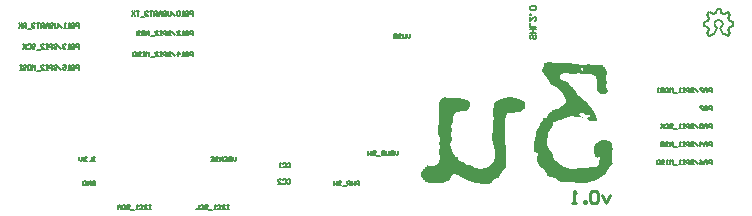
<source format=gbo>
G04*
G04 #@! TF.GenerationSoftware,Altium Limited,Altium Designer,19.1.5 (86)*
G04*
G04 Layer_Color=32896*
%FSLAX25Y25*%
%MOIN*%
G70*
G01*
G75*
%ADD14C,0.01000*%
%ADD15C,0.00500*%
G36*
X230032Y186482D02*
X230371Y186456D01*
X230658Y186430D01*
X230918Y186404D01*
X231100Y186378D01*
X231230Y186352D01*
X231282D01*
X232012Y186274D01*
X232350Y186222D01*
X232636D01*
X232897Y186195D01*
X233574D01*
X233860Y186222D01*
X234147D01*
X234459Y186248D01*
X234720Y186274D01*
X235501D01*
X235970Y186222D01*
X236412Y186195D01*
X236829Y186143D01*
X237141Y186091D01*
X237402Y186065D01*
X237506Y186039D01*
X237584Y186013D01*
X237636D01*
X238131Y185935D01*
X238600Y185857D01*
X239068Y185805D01*
X239459Y185779D01*
X239824D01*
X240084Y185753D01*
X240995D01*
X241178Y185779D01*
X241594D01*
X242063Y185805D01*
X242870D01*
X243443Y185779D01*
X243730Y185753D01*
X243964Y185727D01*
X244146Y185701D01*
X244303Y185675D01*
X244407Y185649D01*
X244433D01*
X244980Y185571D01*
X245240Y185518D01*
X245448D01*
X245657Y185492D01*
X246125D01*
X246307Y185518D01*
X246412Y185544D01*
X246464D01*
X246646Y185597D01*
X246802Y185623D01*
X247037D01*
X247115Y185571D01*
X247271Y185466D01*
X247375Y185362D01*
X247401Y185336D01*
X247427Y185310D01*
X247609Y185076D01*
X247792Y184841D01*
X247870Y184763D01*
X247922Y184685D01*
X247948Y184633D01*
X247974Y184607D01*
X248156Y184321D01*
X248313Y184060D01*
X248365Y183982D01*
X248417Y183904D01*
X248443Y183852D01*
Y183826D01*
X248547Y183565D01*
X248599Y183409D01*
X248625Y183305D01*
Y183279D01*
X248599Y182914D01*
X248521Y182602D01*
X248495Y182498D01*
X248469Y182394D01*
X248443Y182342D01*
Y182316D01*
X248313Y181977D01*
X248261Y181638D01*
X248235Y181508D01*
Y181404D01*
Y181352D01*
Y181326D01*
X248261Y181040D01*
X248313Y180805D01*
X248365Y180701D01*
X248391Y180623D01*
X248417Y180597D01*
Y180571D01*
X248495Y180310D01*
X248547Y180076D01*
X248573Y179972D01*
Y179920D01*
Y179868D01*
Y179842D01*
X248547Y179633D01*
X248469Y179451D01*
X248391Y179347D01*
X248365Y179295D01*
X248235Y179139D01*
X248182Y178982D01*
X248156Y178852D01*
Y178826D01*
Y178800D01*
X248182Y178592D01*
X248208Y178436D01*
X248261Y178331D01*
X248287Y178279D01*
X248365Y178097D01*
X248443Y177967D01*
X248521Y177863D01*
X248547Y177811D01*
X248651Y177628D01*
X248755Y177498D01*
X248807Y177394D01*
X248833Y177342D01*
X248885Y177186D01*
X248911Y177029D01*
X248938Y176899D01*
Y176873D01*
Y176847D01*
Y176717D01*
X248651Y176509D01*
X248391Y176352D01*
X248287Y176274D01*
X248208Y176248D01*
X248156Y176196D01*
X248130D01*
X247792Y176066D01*
X247479Y175988D01*
X247349D01*
X247245Y175962D01*
X247167D01*
X246854Y175988D01*
X246594Y176092D01*
X246490Y176118D01*
X246412Y176170D01*
X246386Y176196D01*
X246360D01*
X246099Y176404D01*
X245891Y176613D01*
X245761Y176769D01*
X245709Y176795D01*
Y176821D01*
X245526Y177108D01*
X245422Y177394D01*
X245370Y177498D01*
X245344Y177576D01*
X245318Y177628D01*
Y177654D01*
X245214Y177967D01*
X245188Y178227D01*
X245162Y178331D01*
Y178410D01*
Y178462D01*
Y178488D01*
Y178826D01*
X245188Y179113D01*
X245214Y179243D01*
Y179321D01*
X245240Y179373D01*
Y179399D01*
X245266Y179737D01*
X245292Y180024D01*
Y180128D01*
Y180232D01*
Y180284D01*
Y180310D01*
X245266Y180649D01*
X245188Y180961D01*
X245110Y181222D01*
X244980Y181456D01*
X244875Y181638D01*
X244797Y181795D01*
X244719Y181873D01*
X244693Y181899D01*
X244433Y182133D01*
X244172Y182289D01*
X243912Y182420D01*
X243652Y182498D01*
X243443Y182550D01*
X243261Y182576D01*
X242948D01*
X242766Y182550D01*
X242610Y182524D01*
X242558D01*
X242245Y182498D01*
X241568D01*
X241412Y182524D01*
X241282D01*
X241178Y182576D01*
X241100Y182628D01*
X241073Y182680D01*
Y182706D01*
X240891Y182836D01*
X240735D01*
X240631Y182810D01*
X240553Y182784D01*
X240527Y182758D01*
X240396Y182732D01*
X240266Y182706D01*
X240136D01*
X239954Y182732D01*
X239824Y182758D01*
X239745Y182784D01*
X239719Y182810D01*
X239563Y182888D01*
X239407Y182914D01*
X239303Y182940D01*
X239251D01*
X238938Y182914D01*
X238678Y182836D01*
X238574Y182810D01*
X238496Y182758D01*
X238470Y182732D01*
X238443D01*
X238157Y182628D01*
X237871Y182576D01*
X237766Y182550D01*
X237610D01*
X237141Y182576D01*
X236933Y182628D01*
X236777Y182680D01*
X236621Y182706D01*
X236516Y182758D01*
X236438Y182784D01*
X236412D01*
X235970Y182940D01*
X235787Y182992D01*
X235605Y183019D01*
X235449Y183045D01*
X235214D01*
X234902Y183019D01*
X234616Y182992D01*
X234329Y182940D01*
X234121Y182888D01*
X233912Y182810D01*
X233782Y182758D01*
X233678Y182732D01*
X233652Y182706D01*
X233418Y182550D01*
X233236Y182368D01*
X233079Y182159D01*
X233001Y181951D01*
X232949Y181743D01*
X232923Y181560D01*
X232897Y181456D01*
Y181404D01*
X233079Y181144D01*
X233261Y180935D01*
X233392Y180831D01*
X233418Y180779D01*
X233444D01*
X233678Y180623D01*
X233912Y180519D01*
X234069Y180441D01*
X234121Y180415D01*
X234147D01*
X234407Y180310D01*
X234668Y180206D01*
X234746Y180180D01*
X234824Y180154D01*
X234876Y180128D01*
X234902D01*
X235162Y180024D01*
X235397Y179946D01*
X235579Y179868D01*
X235605Y179842D01*
X235631D01*
X235865Y179503D01*
X236100Y179191D01*
X236178Y179086D01*
X236256Y179008D01*
X236308Y178956D01*
X236334Y178930D01*
X236621Y178618D01*
X236881Y178383D01*
X236985Y178279D01*
X237063Y178201D01*
X237115Y178149D01*
X237141Y178123D01*
X237428Y177837D01*
X237662Y177550D01*
X237766Y177446D01*
X237844Y177368D01*
X237871Y177316D01*
X237897Y177290D01*
X238157Y176977D01*
X238339Y176665D01*
X238417Y176535D01*
X238470Y176430D01*
X238522Y176352D01*
Y176326D01*
X238652Y176066D01*
X238756Y175884D01*
X238834Y175779D01*
X238860Y175727D01*
X238990Y175597D01*
X239094Y175493D01*
X239173Y175415D01*
X239199Y175389D01*
X239329Y175285D01*
X239459Y175207D01*
X239537Y175154D01*
X239589Y175128D01*
X239745Y175024D01*
X239928Y174894D01*
X240058Y174816D01*
X240084Y174764D01*
X240110D01*
X240396Y174530D01*
X240709Y174269D01*
X240995Y174009D01*
X241256Y173774D01*
X241464Y173566D01*
X241646Y173384D01*
X241751Y173280D01*
X241803Y173228D01*
X242428Y172524D01*
X242714Y172212D01*
X242974Y171899D01*
X243183Y171639D01*
X243339Y171431D01*
X243443Y171301D01*
X243469Y171248D01*
X243756Y170858D01*
X244016Y170467D01*
X244224Y170103D01*
X244433Y169764D01*
X244589Y169478D01*
X244693Y169269D01*
X244771Y169113D01*
X244797Y169087D01*
Y169061D01*
X244980Y168644D01*
X245110Y168254D01*
X245214Y167863D01*
X245292Y167551D01*
X245370Y167290D01*
X245396Y167082D01*
X245422Y166952D01*
Y166900D01*
X245084D01*
X244797Y166874D01*
X244693D01*
X244615Y166848D01*
X244537D01*
X244224Y166822D01*
X243652D01*
X243417Y166848D01*
X243209Y166874D01*
X243026Y166926D01*
X242870Y167004D01*
X242766Y167082D01*
X242688Y167134D01*
X242636Y167160D01*
X242610Y167186D01*
X242323Y167473D01*
X242089Y167785D01*
X242011Y167915D01*
X241933Y168019D01*
X241907Y168072D01*
X241881Y168098D01*
X242063D01*
X242375Y168124D01*
X242610Y168202D01*
X242766Y168280D01*
X242792Y168306D01*
X242818D01*
X242974Y168488D01*
X243053Y168723D01*
Y168827D01*
X243079Y168905D01*
Y168957D01*
Y168983D01*
Y169113D01*
Y169269D01*
X242948Y169139D01*
X242844Y169035D01*
X242766Y168957D01*
X242740Y168931D01*
X242610Y168879D01*
X242454Y168853D01*
X242350Y168827D01*
X242323D01*
X242141Y168853D01*
X241959Y168879D01*
X241855Y168905D01*
X241803Y168931D01*
X241620Y169035D01*
X241464Y169113D01*
X241360Y169191D01*
X241308Y169217D01*
X241126Y169348D01*
X240969Y169452D01*
X240865Y169504D01*
X240813Y169530D01*
X240605Y169608D01*
X240423Y169634D01*
X240292Y169660D01*
X240240D01*
X240084Y169634D01*
X239928Y169582D01*
X239772Y169504D01*
X239745Y169478D01*
X239719D01*
X239589Y169426D01*
X239485Y169348D01*
X239433Y169296D01*
X239381Y169243D01*
X239329Y169139D01*
Y169113D01*
X239355Y168983D01*
X239433Y168879D01*
X239537Y168801D01*
X239563Y168775D01*
X239719Y168670D01*
X239876Y168592D01*
X240006Y168540D01*
X240032Y168514D01*
X240058D01*
X240240Y168436D01*
X240396Y168358D01*
X240501Y168306D01*
X240527Y168280D01*
X240657Y168228D01*
X240709Y168150D01*
X240735Y168124D01*
Y168098D01*
X239980Y168124D01*
X239615Y168176D01*
X239303Y168202D01*
X239042Y168254D01*
X238860Y168280D01*
X238730Y168306D01*
X238678D01*
X237923Y168436D01*
X237584Y168462D01*
X237272Y168488D01*
X237011Y168514D01*
X236438D01*
X236256Y168462D01*
X235865Y168384D01*
X235709Y168332D01*
X235579Y168306D01*
X235475Y168254D01*
X235449D01*
X234850Y168046D01*
X234590Y167941D01*
X234329Y167863D01*
X234121Y167785D01*
X233965Y167707D01*
X233834Y167681D01*
X233808Y167655D01*
X233157Y167421D01*
X232871Y167316D01*
X232611Y167212D01*
X232376Y167134D01*
X232220Y167056D01*
X232090Y167030D01*
X232064Y167004D01*
X231751Y166900D01*
X231465Y166796D01*
X231204Y166718D01*
X230996Y166639D01*
X230814Y166587D01*
X230658Y166535D01*
X230579Y166509D01*
X230553D01*
X230605Y166353D01*
Y166301D01*
Y166275D01*
Y166119D01*
Y166067D01*
Y166041D01*
X230553Y165676D01*
X230475Y165363D01*
X230423Y165233D01*
X230397Y165155D01*
X230345Y165103D01*
Y165077D01*
X230137Y164764D01*
X229954Y164504D01*
X229876Y164374D01*
X229824Y164296D01*
X229798Y164244D01*
X229772Y164218D01*
X229538Y163905D01*
X229356Y163645D01*
X229303Y163515D01*
X229251Y163436D01*
X229199Y163384D01*
Y163358D01*
X229095Y163202D01*
X229043Y163020D01*
X228939Y162707D01*
Y162577D01*
X228913Y162473D01*
Y162395D01*
Y162369D01*
X228887Y161874D01*
X228861Y161666D01*
X228835Y161457D01*
X228809Y161301D01*
X228783Y161171D01*
X228757Y161093D01*
Y161067D01*
X228652Y160598D01*
X228626Y160390D01*
X228600Y160207D01*
X228574Y160051D01*
Y159921D01*
Y159843D01*
Y159817D01*
X228600Y159530D01*
X228626Y159244D01*
X228678Y159010D01*
X228731Y158801D01*
X228809Y158619D01*
X228861Y158489D01*
X228887Y158411D01*
X228913Y158385D01*
X229147Y157942D01*
X229277Y157760D01*
X229382Y157578D01*
X229486Y157447D01*
X229538Y157343D01*
X229590Y157265D01*
X229616Y157239D01*
X229902Y156874D01*
X230137Y156588D01*
X230215Y156458D01*
X230293Y156380D01*
X230319Y156328D01*
X230345Y156301D01*
X230449Y156145D01*
X230527Y156015D01*
X230605Y155781D01*
X230658Y155598D01*
Y155572D01*
Y155546D01*
Y155442D01*
X230631Y155338D01*
Y155286D01*
Y155260D01*
X230605Y155078D01*
Y154999D01*
Y154973D01*
Y154869D01*
X230658Y154765D01*
X230736Y154583D01*
X230840Y154453D01*
X230866Y154427D01*
X230892Y154401D01*
X231413Y153932D01*
X231647Y153724D01*
X231855Y153541D01*
X232038Y153385D01*
X232168Y153255D01*
X232272Y153177D01*
X232298Y153151D01*
X232819Y152734D01*
X233079Y152552D01*
X233314Y152369D01*
X233496Y152239D01*
X233652Y152135D01*
X233756Y152083D01*
X233782Y152057D01*
X234355Y151744D01*
X234642Y151614D01*
X234876Y151510D01*
X235110Y151406D01*
X235267Y151354D01*
X235371Y151328D01*
X235423Y151302D01*
X236074Y151146D01*
X236386Y151093D01*
X236673Y151067D01*
X236933D01*
X237115Y151041D01*
X237298D01*
X237871Y151067D01*
X238131D01*
X238365Y151093D01*
X238548Y151120D01*
X238704D01*
X238808Y151146D01*
X238834D01*
X239381Y151198D01*
X239615Y151224D01*
X239850Y151250D01*
X240318D01*
X241021Y151276D01*
X241334Y151302D01*
X241620Y151354D01*
X241855Y151380D01*
X242037Y151406D01*
X242141Y151432D01*
X242193D01*
X242844Y151562D01*
X243131Y151588D01*
X243391Y151614D01*
X243599Y151640D01*
X244120D01*
X244797Y151614D01*
X244953D01*
X245110Y151666D01*
X245318Y151797D01*
X245474Y151953D01*
X245500Y151979D01*
X245526Y152005D01*
X245709Y152343D01*
X245839Y152682D01*
X245891Y152838D01*
X245917Y152942D01*
X245943Y153021D01*
Y153047D01*
X246047Y153489D01*
X246073Y153698D01*
X246099Y153880D01*
X246125Y154036D01*
X246151Y154140D01*
Y154218D01*
Y154244D01*
X246177Y154453D01*
Y154635D01*
Y154817D01*
X246203Y154947D01*
Y155052D01*
Y155130D01*
Y155156D01*
Y155182D01*
X246099Y155052D01*
X245995Y154947D01*
X245917Y154895D01*
X245891Y154869D01*
X245735Y154817D01*
X245578Y154791D01*
X245474Y154765D01*
X245448D01*
X245318Y154791D01*
X245214Y154817D01*
X245032Y154921D01*
X244927Y155026D01*
X244875Y155078D01*
X244693Y155338D01*
X244563Y155572D01*
X244511Y155677D01*
X244485Y155755D01*
X244459Y155807D01*
Y155833D01*
X244355Y156171D01*
X244303Y156432D01*
X244276Y156562D01*
X244250Y156640D01*
Y156692D01*
Y156718D01*
X244224Y157031D01*
X244198Y157239D01*
Y157369D01*
Y157421D01*
Y157708D01*
X244250Y157942D01*
X244276Y158176D01*
X244328Y158359D01*
X244381Y158541D01*
X244433Y158645D01*
X244459Y158723D01*
X244485Y158749D01*
X244719Y159166D01*
X244849Y159322D01*
X244980Y159478D01*
X245084Y159583D01*
X245188Y159661D01*
X245240Y159713D01*
X245266Y159739D01*
X245631Y160025D01*
X245995Y160207D01*
X246151Y160286D01*
X246282Y160338D01*
X246360Y160364D01*
X246386D01*
X246854Y160494D01*
X247089Y160546D01*
X247297Y160572D01*
X247453Y160598D01*
X247714D01*
X248052Y160572D01*
X248339Y160520D01*
X248469Y160468D01*
X248547Y160442D01*
X248599Y160416D01*
X248625D01*
X248938Y160312D01*
X249198Y160260D01*
X249328Y160234D01*
X249484D01*
X249745Y160260D01*
X249979Y159843D01*
X250162Y159400D01*
X250292Y158984D01*
X250370Y158593D01*
X250422Y158255D01*
X250474Y157994D01*
Y157890D01*
Y157812D01*
Y157786D01*
Y157760D01*
X250448Y157161D01*
X250422Y156900D01*
X250396Y156640D01*
Y156432D01*
X250370Y156275D01*
X250344Y156171D01*
Y156145D01*
X250240Y155546D01*
X250214Y155286D01*
Y155052D01*
X250187Y154843D01*
Y154687D01*
Y154583D01*
Y154557D01*
Y154218D01*
X250214Y153932D01*
X250240Y153802D01*
Y153724D01*
X250266Y153672D01*
Y153645D01*
X250318Y153333D01*
X250396Y153073D01*
X250448Y152968D01*
X250474Y152890D01*
X250500Y152838D01*
Y152812D01*
X250214Y152552D01*
X249927Y152291D01*
X249693Y152031D01*
X249484Y151771D01*
X249328Y151562D01*
X249224Y151380D01*
X249146Y151276D01*
X249120Y151224D01*
X248729Y150547D01*
X248573Y150208D01*
X248417Y149922D01*
X248313Y149661D01*
X248235Y149479D01*
X248182Y149349D01*
X248156Y149297D01*
X247557Y148984D01*
X247297Y148802D01*
X247063Y148646D01*
X246880Y148516D01*
X246724Y148411D01*
X246620Y148333D01*
X246594Y148307D01*
X246047Y147917D01*
X245787Y147734D01*
X245526Y147604D01*
X245344Y147500D01*
X245162Y147422D01*
X245058Y147370D01*
X245032Y147344D01*
X244693Y147214D01*
X244328Y147083D01*
X244172Y147031D01*
X244042Y146979D01*
X243964Y146953D01*
X243938D01*
X243443Y146797D01*
X243209Y146719D01*
X243001Y146667D01*
X242818Y146615D01*
X242688Y146563D01*
X242584Y146537D01*
X242558D01*
X242037Y146406D01*
X241803Y146354D01*
X241568Y146328D01*
X241412Y146302D01*
X241256Y146276D01*
X241178Y146250D01*
X241152D01*
X240891Y146198D01*
X240683Y146172D01*
X240475Y146146D01*
X240318D01*
X240188Y146120D01*
X240032D01*
X239381Y146172D01*
X239094Y146198D01*
X238834Y146250D01*
X238600Y146302D01*
X238443Y146328D01*
X238313Y146380D01*
X238287D01*
X237636Y146537D01*
X237350Y146589D01*
X237089Y146615D01*
X236855Y146641D01*
X236178D01*
X235865Y146615D01*
X235735D01*
X235631Y146589D01*
X235553D01*
X235162Y146563D01*
X234850Y146537D01*
X234538D01*
X234173Y146563D01*
X233887Y146589D01*
X233756Y146615D01*
X233678D01*
X233626Y146641D01*
X233600D01*
X233261Y146745D01*
X233001Y146901D01*
X232871Y146953D01*
X232793Y147005D01*
X232741Y147057D01*
X232715D01*
X232090Y147474D01*
X231777Y147630D01*
X231517Y147786D01*
X231282Y147891D01*
X231126Y147969D01*
X230996Y148021D01*
X230970Y148047D01*
X230631Y148177D01*
X230293Y148307D01*
X229954Y148385D01*
X229642Y148437D01*
X229382Y148489D01*
X229173D01*
X229043Y148516D01*
X228991D01*
X228731Y149062D01*
X228600Y149323D01*
X228496Y149531D01*
X228392Y149739D01*
X228314Y149870D01*
X228288Y149974D01*
X228262Y150000D01*
X228106Y150260D01*
X227923Y150495D01*
X227741Y150703D01*
X227559Y150885D01*
X227402Y151041D01*
X227272Y151146D01*
X227194Y151198D01*
X227168Y151224D01*
X226882Y151432D01*
X226621Y151666D01*
X226413Y151875D01*
X226205Y152083D01*
X226048Y152265D01*
X225944Y152422D01*
X225866Y152526D01*
X225840Y152552D01*
X225658Y152864D01*
X225502Y153151D01*
X225397Y153437D01*
X225345Y153724D01*
X225293Y153958D01*
X225267Y154140D01*
Y154244D01*
Y154296D01*
X225293Y154635D01*
X225345Y154947D01*
X225449Y155208D01*
X225554Y155468D01*
X225658Y155650D01*
X225762Y155807D01*
X225814Y155911D01*
X225840Y155937D01*
X225658Y156093D01*
X225476Y156197D01*
X225215Y156380D01*
X225111Y156432D01*
X225033Y156458D01*
X225007Y156484D01*
X224981D01*
X224746Y156588D01*
X224590Y156666D01*
X224486Y156744D01*
X224460Y156770D01*
X224356Y156927D01*
X224278Y157083D01*
X224226Y157239D01*
Y157265D01*
Y157291D01*
X224200Y157447D01*
Y157656D01*
X224174Y158098D01*
Y158281D01*
Y158437D01*
Y158541D01*
Y158593D01*
X224200Y158958D01*
X224226Y159270D01*
X224252Y159400D01*
Y159504D01*
X224278Y159556D01*
Y159583D01*
X224356Y159947D01*
X224434Y160260D01*
X224486Y160390D01*
X224512Y160494D01*
X224538Y160546D01*
Y160572D01*
X224694Y161093D01*
X224746Y161301D01*
X224773Y161510D01*
X224825Y161666D01*
Y161796D01*
X224851Y161874D01*
Y161900D01*
X224903Y162343D01*
X224929Y162525D01*
X224955Y162707D01*
X224981Y162864D01*
Y162968D01*
X225007Y163046D01*
Y163072D01*
X225111Y163489D01*
X225163Y163671D01*
X225215Y163853D01*
X225293Y163983D01*
X225319Y164087D01*
X225371Y164166D01*
Y164192D01*
X225476Y164400D01*
X225606Y164608D01*
X225892Y164973D01*
X226022Y165129D01*
X226127Y165233D01*
X226205Y165311D01*
X226231Y165337D01*
X226309Y165442D01*
X226335Y165572D01*
X226361Y165676D01*
Y165728D01*
Y165910D01*
X226387Y166119D01*
X226439Y166327D01*
X226517Y166457D01*
X226543Y166483D01*
Y166509D01*
X226621Y166639D01*
X226751Y166770D01*
X227038Y167030D01*
X227168Y167134D01*
X227298Y167212D01*
X227377Y167264D01*
X227402Y167290D01*
Y168098D01*
X228600D01*
X228626Y168358D01*
X228678Y168592D01*
X228757Y168723D01*
X228783Y168775D01*
X228939Y168983D01*
X229069Y169139D01*
X229173Y169243D01*
X229225Y169296D01*
X229408Y169478D01*
X229590Y169634D01*
X229720Y169738D01*
X229746Y169790D01*
X229772D01*
X229980Y169973D01*
X230137Y170129D01*
X230241Y170259D01*
X230267Y170311D01*
X230449Y170493D01*
X230631Y170624D01*
X230762Y170676D01*
X230788Y170702D01*
X230814D01*
X230996Y170754D01*
X231178Y170780D01*
X231309Y170806D01*
X231361D01*
X231569Y170832D01*
X231751Y170858D01*
X231881Y170884D01*
X231933D01*
X232142Y170962D01*
X232324Y171066D01*
X232454Y171170D01*
X232480Y171222D01*
X232506D01*
X232689Y171379D01*
X232897Y171509D01*
X233053Y171613D01*
X233105Y171665D01*
X233131D01*
X233444Y171873D01*
X233704Y172056D01*
X233808Y172134D01*
X233887Y172186D01*
X233939Y172238D01*
X233965D01*
X234251Y172472D01*
X234459Y172681D01*
X234616Y172811D01*
X234642Y172837D01*
X234668Y172863D01*
X234772Y172993D01*
X234850Y173097D01*
X234928Y173280D01*
X234980Y173410D01*
Y173462D01*
X234954Y173644D01*
X234928Y173853D01*
X234798Y174217D01*
X234746Y174399D01*
X234694Y174530D01*
X234668Y174608D01*
X234642Y174634D01*
X234381Y175154D01*
X234225Y175389D01*
X234121Y175597D01*
X233991Y175779D01*
X233912Y175910D01*
X233860Y176014D01*
X233834Y176040D01*
X233470Y176535D01*
X233314Y176769D01*
X233157Y176951D01*
X233027Y177108D01*
X232923Y177238D01*
X232871Y177316D01*
X232845Y177342D01*
X232663Y177550D01*
X232480Y177732D01*
X232324Y177889D01*
X232194Y178019D01*
X232090Y178097D01*
X232012Y178175D01*
X231960Y178227D01*
X231933D01*
X231725Y178357D01*
X231543Y178436D01*
X231413Y178488D01*
X231387Y178514D01*
X231361D01*
X231126Y178618D01*
X230918Y178670D01*
X230762Y178722D01*
X230736Y178748D01*
X230710D01*
X230475Y178852D01*
X230293Y178956D01*
X230163Y179034D01*
X230111Y179060D01*
X229928Y179243D01*
X229824Y179399D01*
X229746Y179529D01*
X229720Y179581D01*
X229642Y179737D01*
X229564Y179920D01*
X229356Y180258D01*
X229277Y180388D01*
X229199Y180519D01*
X229147Y180597D01*
X229121Y180623D01*
X228783Y181118D01*
X228600Y181352D01*
X228470Y181560D01*
X228340Y181717D01*
X228236Y181873D01*
X228184Y181951D01*
X228158Y181977D01*
X227819Y182446D01*
X227663Y182654D01*
X227533Y182836D01*
X227429Y182992D01*
X227350Y183097D01*
X227324Y183175D01*
X227298Y183201D01*
X227168Y183409D01*
X227064Y183565D01*
X227012Y183696D01*
X226960Y183800D01*
X226934Y183878D01*
X226908Y183930D01*
Y183982D01*
X226934Y184138D01*
X226960Y184242D01*
X226986Y184321D01*
X227012Y184347D01*
X227090Y184451D01*
X227142Y184555D01*
X227194Y184633D01*
X227220Y184659D01*
X227298Y184789D01*
X227350Y184920D01*
X227402Y184998D01*
X227429Y185024D01*
X227481Y185180D01*
X227507Y185336D01*
X227533Y185440D01*
Y185466D01*
X227507Y185727D01*
X227455Y185909D01*
X227429Y186013D01*
X227402Y186065D01*
Y186091D01*
X227741Y186248D01*
X228028Y186352D01*
X228158Y186404D01*
X228262D01*
X228314Y186430D01*
X228340D01*
X228678Y186482D01*
X228991Y186508D01*
X229303D01*
X230032Y186482D01*
D02*
G37*
G36*
X216778Y174842D02*
X217221Y174790D01*
X217403Y174764D01*
X217559Y174738D01*
X217690Y174712D01*
X217716D01*
X218315Y174582D01*
X218601Y174504D01*
X218861Y174451D01*
X219070Y174373D01*
X219226Y174321D01*
X219356Y174295D01*
X219382Y174269D01*
X219669Y174165D01*
X219929Y174035D01*
X220189Y173905D01*
X220398Y173774D01*
X220554Y173670D01*
X220684Y173566D01*
X220762Y173514D01*
X220788Y173488D01*
X220997Y173306D01*
X221127Y173123D01*
X221231Y172915D01*
X221309Y172733D01*
X221361Y172576D01*
X221387Y172446D01*
Y172368D01*
Y172342D01*
X221335Y172004D01*
X221257Y171717D01*
X221205Y171587D01*
X221179Y171509D01*
X221127Y171457D01*
Y171431D01*
X220919Y171118D01*
X220736Y170910D01*
X220606Y170754D01*
X220580Y170728D01*
X220554Y170702D01*
X220346Y170519D01*
X220163Y170363D01*
X219981Y170233D01*
X219799Y170129D01*
X219669Y170051D01*
X219565Y169999D01*
X219486Y169973D01*
X219460D01*
X219018Y169868D01*
X218809Y169842D01*
X218627Y169816D01*
X218471D01*
X218341Y169790D01*
X218236D01*
X217768Y169764D01*
X216492D01*
X216257Y169738D01*
X216075Y169712D01*
X215893D01*
X215763Y169686D01*
X215685Y169660D01*
X215658D01*
X215528Y169582D01*
X215398Y169504D01*
X215190Y169243D01*
X215138Y169139D01*
X215086Y169035D01*
X215034Y168957D01*
Y168931D01*
X214877Y168488D01*
X214825Y168254D01*
X214773Y168046D01*
X214747Y167863D01*
X214721Y167733D01*
X214695Y167629D01*
Y167603D01*
X214617Y167056D01*
Y166822D01*
X214591Y166613D01*
X214565Y166405D01*
Y166275D01*
Y166171D01*
Y166145D01*
Y165884D01*
X214539Y165650D01*
Y165468D01*
Y165311D01*
Y165181D01*
Y165077D01*
Y165025D01*
Y164999D01*
Y163983D01*
X214565Y162994D01*
X214591Y162082D01*
X214617Y161640D01*
X214643Y161249D01*
X214669Y160884D01*
Y160546D01*
X214695Y160260D01*
X214721Y160025D01*
Y159817D01*
X214747Y159687D01*
Y159582D01*
Y159556D01*
X214799Y158567D01*
X214851Y157578D01*
X214877Y156666D01*
Y156249D01*
X214903Y155833D01*
Y155468D01*
Y155156D01*
Y154869D01*
Y154609D01*
Y154401D01*
Y154270D01*
Y154166D01*
Y154140D01*
X214877Y151406D01*
X214669Y151250D01*
X214461Y151067D01*
X214330Y150911D01*
X214304Y150885D01*
X214278Y150859D01*
X214044Y150599D01*
X213836Y150338D01*
X213732Y150234D01*
X213679Y150156D01*
X213653Y150104D01*
X213627Y150078D01*
X213419Y149766D01*
X213237Y149479D01*
X213159Y149349D01*
X213133Y149271D01*
X213081Y149219D01*
Y149193D01*
X212924Y148906D01*
X212820Y148672D01*
X212768Y148489D01*
X212742Y148463D01*
Y148437D01*
X212690Y148307D01*
X212638Y148177D01*
X212534Y148021D01*
X212456Y147943D01*
X212429Y147917D01*
X212273Y147865D01*
X212117Y147838D01*
X212013Y147812D01*
X211674D01*
X211544Y147786D01*
X211466Y147760D01*
X211440D01*
X211284Y147708D01*
X211127Y147630D01*
X211023Y147552D01*
X210997Y147526D01*
X210841Y147370D01*
X210737Y147240D01*
X210555Y147005D01*
X210476Y146849D01*
X210451Y146823D01*
Y146797D01*
X210320Y146589D01*
X210216Y146458D01*
X210138Y146354D01*
X210112Y146328D01*
X209956Y146224D01*
X209773Y146120D01*
X209643Y146094D01*
X209617Y146068D01*
X209591D01*
X209435Y146042D01*
X209279Y146016D01*
X208888Y145990D01*
X208706Y145964D01*
X208445D01*
X207768Y145990D01*
X207169Y146016D01*
X206623Y146068D01*
X206154Y146120D01*
X205789Y146172D01*
X205633Y146198D01*
X205503Y146224D01*
X205399Y146250D01*
X205321Y146276D01*
X205269D01*
X204774Y146380D01*
X204305Y146511D01*
X203888Y146641D01*
X203524Y146771D01*
X203211Y146875D01*
X202977Y146953D01*
X202821Y147005D01*
X202769Y147031D01*
X202326Y147214D01*
X201909Y147396D01*
X201519Y147578D01*
X201154Y147760D01*
X200868Y147891D01*
X200633Y148021D01*
X200477Y148099D01*
X200425Y148125D01*
X199956Y148359D01*
X199488Y148594D01*
X199019Y148802D01*
X198602Y149010D01*
X198212Y149193D01*
X197925Y149323D01*
X197821Y149349D01*
X197743Y149401D01*
X197691Y149427D01*
X197665D01*
X197326Y149271D01*
X197066Y149088D01*
X196936Y148932D01*
X196884Y148880D01*
Y148854D01*
X196701Y148542D01*
X196545Y148281D01*
X196467Y148151D01*
X196441Y148073D01*
X196389Y148021D01*
Y147995D01*
X196207Y147708D01*
X196024Y147448D01*
X195946Y147344D01*
X195894Y147266D01*
X195868Y147240D01*
X195842Y147214D01*
X195712Y147083D01*
X195556Y146979D01*
X195243Y146849D01*
X195113Y146797D01*
X195009Y146771D01*
X194931Y146745D01*
X194905D01*
X194800Y146667D01*
X194696Y146615D01*
X194462Y146537D01*
X194358Y146511D01*
X194254Y146484D01*
X194176D01*
X193785Y146432D01*
X193498Y146406D01*
X193212D01*
X192561Y146380D01*
X192275Y146354D01*
X192040D01*
X191832Y146328D01*
X191650Y146302D01*
X191545Y146276D01*
X191519D01*
X190894Y146198D01*
X190608Y146172D01*
X190348D01*
X190139Y146146D01*
X189827D01*
X189645Y146172D01*
X189462Y146198D01*
X189124Y146302D01*
X188994Y146354D01*
X188889Y146406D01*
X188811Y146458D01*
X188785D01*
X188395Y146693D01*
X188082Y146927D01*
X187952Y147031D01*
X187848Y147109D01*
X187796Y147161D01*
X187770Y147187D01*
X187431Y147526D01*
X187171Y147838D01*
X187093Y147969D01*
X187014Y148073D01*
X186988Y148151D01*
X186962Y148177D01*
X186858Y148385D01*
X186780Y148568D01*
X186676Y148906D01*
Y149036D01*
X186650Y149141D01*
Y149193D01*
Y149219D01*
X186676Y149609D01*
X186754Y149896D01*
X186806Y150000D01*
X186858Y150078D01*
X186884Y150130D01*
Y150156D01*
X187067Y150417D01*
X187249Y150651D01*
X187405Y150781D01*
X187431Y150833D01*
X187457D01*
X187691Y151067D01*
X187900Y151276D01*
X188056Y151406D01*
X188082Y151432D01*
X188108Y151458D01*
X188342Y151692D01*
X188499Y151953D01*
X188577Y152031D01*
X188629Y152109D01*
X188655Y152161D01*
Y152187D01*
X189124Y152057D01*
X189358Y152005D01*
X189540Y151979D01*
X189723D01*
X189853Y151953D01*
X189957D01*
X190400Y151979D01*
X190790Y152057D01*
X191129Y152161D01*
X191441Y152291D01*
X191676Y152422D01*
X191858Y152526D01*
X191962Y152604D01*
X192014Y152630D01*
X192301Y152916D01*
X192509Y153229D01*
X192665Y153541D01*
X192769Y153854D01*
X192821Y154140D01*
X192847Y154375D01*
X192874Y154531D01*
Y154557D01*
Y154583D01*
X192847Y154973D01*
X192821Y155286D01*
X192795Y155416D01*
Y155520D01*
X192769Y155572D01*
Y155598D01*
X192717Y155989D01*
X192665Y156327D01*
Y156458D01*
Y156562D01*
Y156614D01*
Y156640D01*
X192691Y156978D01*
X192717Y157265D01*
X192743Y157369D01*
Y157447D01*
X192769Y157499D01*
Y157525D01*
X192821Y157838D01*
X192847Y158124D01*
Y158229D01*
Y158307D01*
Y158359D01*
Y158385D01*
X192821Y158567D01*
Y158645D01*
Y158671D01*
X192795Y158801D01*
X192743Y158879D01*
X192691Y158932D01*
X192665Y158958D01*
X192847Y160572D01*
X192900Y160702D01*
X192926Y160806D01*
Y160911D01*
Y160937D01*
X192900Y161145D01*
X192874Y161327D01*
X192847Y161431D01*
X192821Y161484D01*
X192717Y161692D01*
X192639Y161874D01*
X192587Y161978D01*
X192561Y162030D01*
X192457Y162239D01*
X192379Y162421D01*
X192327Y162525D01*
X192301Y162577D01*
X192222Y162785D01*
X192196Y162968D01*
X192170Y163098D01*
Y163150D01*
X192196Y163801D01*
X192248Y164140D01*
X192275Y164426D01*
X192327Y164686D01*
X192379Y164869D01*
X192405Y164999D01*
Y165051D01*
X192535Y165832D01*
X192587Y166223D01*
X192613Y166561D01*
Y166848D01*
X192639Y167056D01*
Y167212D01*
Y167264D01*
Y167473D01*
X192613Y167733D01*
X192587Y168202D01*
Y168410D01*
X192561Y168566D01*
Y168670D01*
Y168723D01*
X192509Y169400D01*
Y169738D01*
X192483Y170025D01*
Y170285D01*
Y170467D01*
Y170598D01*
Y170650D01*
X192509Y171196D01*
Y171457D01*
X192535Y171691D01*
X192561Y171873D01*
Y172030D01*
X192587Y172134D01*
Y172160D01*
X192665Y172681D01*
X192717Y172915D01*
X192769Y173123D01*
X192821Y173280D01*
X192874Y173410D01*
X192900Y173488D01*
Y173514D01*
X193108Y173931D01*
X193212Y174087D01*
X193316Y174217D01*
X193394Y174321D01*
X193472Y174399D01*
X193525Y174451D01*
X193551Y174477D01*
X193707Y174608D01*
X193889Y174686D01*
X194228Y174790D01*
X194384Y174816D01*
X194514Y174842D01*
X194618D01*
X194957Y174816D01*
X195243Y174764D01*
X195347Y174712D01*
X195451Y174686D01*
X195503Y174660D01*
X195530D01*
X195868Y174556D01*
X196154Y174504D01*
X196259Y174477D01*
X196441D01*
X196753Y174504D01*
X197040Y174530D01*
X197170D01*
X197248Y174556D01*
X197326D01*
X197639Y174608D01*
X197899Y174634D01*
X198576D01*
X198993Y174608D01*
X199175Y174582D01*
X199331D01*
X199436Y174556D01*
X199462D01*
X200061Y174477D01*
X200321Y174425D01*
X200581Y174373D01*
X200790Y174347D01*
X200946Y174295D01*
X201050Y174269D01*
X201076D01*
X201362Y174191D01*
X201623Y174087D01*
X201857Y173983D01*
X202066Y173905D01*
X202222Y173800D01*
X202352Y173748D01*
X202430Y173696D01*
X202456Y173670D01*
X202639Y173514D01*
X202795Y173332D01*
X202899Y173175D01*
X202951Y172993D01*
X203003Y172863D01*
X203029Y172733D01*
Y172655D01*
Y172629D01*
X203003Y172368D01*
X202925Y172134D01*
X202899Y172030D01*
X202873Y171951D01*
X202847Y171899D01*
Y171873D01*
X202717Y171613D01*
X202612Y171405D01*
X202482Y171222D01*
X202404Y171066D01*
X202300Y170962D01*
X202248Y170884D01*
X202222Y170832D01*
X202196Y170806D01*
X201961Y170598D01*
X201727Y170441D01*
X201571Y170363D01*
X201545Y170337D01*
X201519D01*
X201232Y170285D01*
X200946Y170259D01*
X200842Y170233D01*
X200269D01*
X199878Y170207D01*
X199722Y170181D01*
X199566D01*
X199488Y170155D01*
X199462D01*
X199175Y170103D01*
X198915Y170051D01*
X198837Y170025D01*
X198758Y169999D01*
X198706Y169973D01*
X198680D01*
X198394Y169868D01*
X198186Y169738D01*
X198029Y169660D01*
X198003Y169608D01*
X197977D01*
X197769Y169426D01*
X197587Y169243D01*
X197483Y169087D01*
X197457Y169061D01*
Y169035D01*
X197326Y168775D01*
X197274Y168514D01*
X197248Y168410D01*
Y168332D01*
Y168280D01*
Y168254D01*
X197274Y168046D01*
X197300Y167863D01*
X197326Y167733D01*
X197352Y167681D01*
X197404Y167499D01*
X197431Y167316D01*
Y167212D01*
Y167160D01*
X197404Y166952D01*
X197378Y166770D01*
X197352Y166665D01*
X197326Y166613D01*
X197222Y166431D01*
X197144Y166275D01*
X197066Y166171D01*
X197040Y166119D01*
X196910Y165936D01*
X196832Y165780D01*
X196780Y165676D01*
X196753Y165624D01*
X196675Y165442D01*
X196649Y165285D01*
X196623Y165181D01*
Y165129D01*
X196649Y164999D01*
X196701Y164895D01*
X196753Y164817D01*
X196780Y164791D01*
X196832Y164739D01*
X196858Y164634D01*
X196910Y164452D01*
X196936Y164270D01*
Y164218D01*
Y164192D01*
X196910Y163983D01*
X196858Y163801D01*
X196832Y163671D01*
X196806Y163645D01*
Y163619D01*
X196675Y163436D01*
X196571Y163280D01*
X196493Y163176D01*
X196467Y163150D01*
X196493Y162733D01*
X196571Y162395D01*
X196597Y162239D01*
X196649Y162135D01*
X196675Y162056D01*
Y162030D01*
X196806Y161640D01*
X196858Y161275D01*
X196884Y161145D01*
Y161041D01*
Y160963D01*
Y160937D01*
X196858Y160598D01*
X196753Y160312D01*
X196727Y160207D01*
X196675Y160155D01*
X196649Y160103D01*
Y160077D01*
X196493Y159817D01*
X196415Y159556D01*
X196389Y159426D01*
Y159348D01*
Y159296D01*
Y159270D01*
X196415Y158905D01*
X196493Y158593D01*
X196545Y158463D01*
X196597Y158359D01*
X196623Y158307D01*
Y158281D01*
X196753Y157916D01*
X196832Y157604D01*
X196858Y157473D01*
X196884Y157369D01*
Y157291D01*
Y157265D01*
X196910Y157083D01*
X196962Y156927D01*
X197118Y156640D01*
X197196Y156536D01*
X197274Y156458D01*
X197300Y156406D01*
X197326Y156380D01*
X197561Y156067D01*
X197717Y155781D01*
X197769Y155676D01*
X197795Y155572D01*
X197821Y155520D01*
Y155494D01*
X197847Y155390D01*
X197899Y155286D01*
X197925Y155182D01*
Y155156D01*
X197977Y155025D01*
X198055Y154947D01*
X198108Y154895D01*
X198134Y154869D01*
X198290Y154947D01*
X198316Y154999D01*
X198342D01*
X198394Y155052D01*
X198446Y155078D01*
X198524D01*
X198654Y155052D01*
X198758Y155025D01*
X198811Y154973D01*
Y154947D01*
X198837Y154791D01*
Y154739D01*
Y154713D01*
X198863Y154453D01*
X198915Y154244D01*
X198993Y154062D01*
X199071Y153932D01*
X199149Y153828D01*
X199227Y153776D01*
X199279Y153724D01*
X199305D01*
X199670Y153567D01*
X200034Y153463D01*
X200165Y153411D01*
X200295Y153385D01*
X200373Y153359D01*
X200399D01*
X200633Y153281D01*
X200790Y153177D01*
X200920Y153099D01*
X200946Y153073D01*
X201102Y152916D01*
X201232Y152786D01*
X201337Y152682D01*
X201362Y152630D01*
X201519Y152474D01*
X201649Y152369D01*
X201753Y152291D01*
X201805Y152265D01*
X202013Y152187D01*
X202196Y152135D01*
X202352Y152109D01*
X202560D01*
X202691Y152135D01*
X202795D01*
X202925Y152161D01*
X203081Y152187D01*
X203211D01*
X203368Y152161D01*
X203498Y152109D01*
X203602Y152031D01*
X203628Y152005D01*
X203810Y151875D01*
X203966Y151718D01*
X204123Y151640D01*
X204149Y151588D01*
X204175D01*
X204435Y151432D01*
X204722Y151328D01*
X204852Y151276D01*
X204930Y151224D01*
X205008Y151198D01*
X205034D01*
X205242Y151146D01*
X205477Y151120D01*
X205920Y151067D01*
X206102Y151041D01*
X206414D01*
X206779Y151067D01*
X207117Y151093D01*
X207456Y151146D01*
X207742Y151224D01*
X207977Y151302D01*
X208159Y151354D01*
X208263Y151380D01*
X208315Y151406D01*
X208628Y151562D01*
X208940Y151718D01*
X209201Y151901D01*
X209435Y152057D01*
X209617Y152187D01*
X209747Y152317D01*
X209852Y152395D01*
X209878Y152422D01*
X210112Y152682D01*
X210320Y152942D01*
X210529Y153177D01*
X210685Y153411D01*
X210815Y153619D01*
X210893Y153776D01*
X210945Y153906D01*
X210971Y153932D01*
X211102Y154270D01*
X211206Y154609D01*
X211284Y154921D01*
X211336Y155208D01*
X211362Y155468D01*
X211388Y155650D01*
Y155781D01*
Y155833D01*
X211362Y156380D01*
X211336Y156614D01*
X211310Y156822D01*
X211284Y157005D01*
X211258Y157161D01*
X211232Y157239D01*
Y157265D01*
X211102Y157786D01*
X211023Y158020D01*
X210971Y158229D01*
X210919Y158411D01*
X210867Y158541D01*
X210841Y158645D01*
Y158671D01*
X210685Y159192D01*
X210633Y159452D01*
X210581Y159661D01*
X210529Y159843D01*
X210503Y159973D01*
X210476Y160077D01*
Y160103D01*
X210372Y160624D01*
X210346Y160884D01*
Y161093D01*
X210320Y161275D01*
Y161431D01*
Y161536D01*
Y161562D01*
X210346Y162161D01*
X210372Y162447D01*
X210424Y162707D01*
X210451Y162916D01*
X210503Y163072D01*
X210529Y163176D01*
Y163202D01*
X210633Y163801D01*
X210659Y164087D01*
X210685Y164348D01*
X210711Y164556D01*
Y164712D01*
Y164843D01*
Y164869D01*
Y165103D01*
X210685Y165285D01*
X210659Y165416D01*
Y165468D01*
X210607Y165702D01*
X210581Y165910D01*
Y166041D01*
Y166067D01*
Y166093D01*
X210607Y166431D01*
X210633Y166718D01*
X210659Y166822D01*
X210685Y166926D01*
X210711Y166978D01*
Y167004D01*
X210763Y167342D01*
X210789Y167655D01*
X210815Y167759D01*
Y167863D01*
Y167915D01*
Y167941D01*
X210789Y168280D01*
X210737Y168540D01*
Y168644D01*
X210711Y168723D01*
X210685Y168775D01*
Y168801D01*
X210607Y169087D01*
X210581Y169374D01*
X210555Y169478D01*
Y169556D01*
Y169608D01*
Y169634D01*
X210581Y170207D01*
X210607Y170467D01*
X210633Y170702D01*
X210685Y170910D01*
X210711Y171066D01*
X210737Y171170D01*
Y171196D01*
X210841Y171769D01*
X210867Y172056D01*
X210893Y172290D01*
X210919Y172498D01*
X210945Y172655D01*
Y172759D01*
Y172785D01*
X210919Y172811D01*
Y172837D01*
X210945Y172915D01*
X210971Y172941D01*
X211388Y173306D01*
X211831Y173592D01*
X212247Y173853D01*
X212638Y174061D01*
X212976Y174217D01*
X213237Y174321D01*
X213341Y174347D01*
X213419Y174373D01*
X213445Y174399D01*
X213471D01*
X213992Y174556D01*
X214487Y174660D01*
X214981Y174764D01*
X215398Y174816D01*
X215789Y174842D01*
X216075Y174868D01*
X216544D01*
X216778Y174842D01*
D02*
G37*
%LPC*%
G36*
X240370Y184555D02*
X240318D01*
X240214Y184529D01*
X240110Y184503D01*
X240058Y184451D01*
X240032Y184425D01*
X239954Y184347D01*
X239928Y184268D01*
X239902Y184190D01*
Y184164D01*
Y184060D01*
X239954Y183982D01*
X240032Y183878D01*
X240136Y183826D01*
X240162Y183800D01*
X240188D01*
X240396Y183774D01*
X240553Y183748D01*
X240709D01*
X240657Y183774D01*
Y183826D01*
X240683Y183852D01*
X240735Y183748D01*
Y183904D01*
X240709Y184060D01*
X240683Y184190D01*
Y184242D01*
X240657Y184347D01*
X240605Y184425D01*
X240475Y184529D01*
X240370Y184555D01*
D02*
G37*
%LPD*%
D14*
X249500Y142166D02*
X248167Y139500D01*
X246834Y142166D01*
X245501Y142832D02*
X244835Y143499D01*
X243502D01*
X242835Y142832D01*
Y140166D01*
X243502Y139500D01*
X244835D01*
X245501Y140166D01*
Y142832D01*
X241503Y139500D02*
Y140166D01*
X240836D01*
Y139500D01*
X241503D01*
X238170D02*
X236837D01*
X237504D01*
Y143499D01*
X238170Y142832D01*
D15*
X282578Y201164D02*
G03*
X282572Y201224I-59J24D01*
G01*
X282121Y200134D02*
G03*
X282168Y200172I-12J62D01*
G01*
X280938Y199906D02*
G03*
X280886Y199844I12J-62D01*
G01*
X281897Y196259D02*
G03*
X281905Y196179I53J-36D01*
G01*
X280886Y198638D02*
G03*
X280938Y198575I64J0D01*
G01*
X282168Y198309D02*
G03*
X282121Y198347I-59J-24D01*
G01*
X282572Y197257D02*
G03*
X282578Y197318I-53J36D01*
G01*
X282838Y203163D02*
G03*
X282757Y203155I-36J-53D01*
G01*
X281905Y202302D02*
G03*
X281897Y202222I45J-45D01*
G01*
X290752Y199844D02*
G03*
X290701Y199906I-64J0D01*
G01*
X289471Y200172D02*
G03*
X289517Y200134I59J24D01*
G01*
X289066Y201224D02*
G03*
X289060Y201164I53J-36D01*
G01*
X284350Y195812D02*
G03*
X284433Y195846I24J59D01*
G01*
X285269Y197893D02*
G03*
X285236Y197975I-59J24D01*
G01*
X287205Y195846D02*
G03*
X287288Y195812I59J24D01*
G01*
X287802Y195994D02*
G03*
X287742Y196000I-36J-53D01*
G01*
X289734Y196179D02*
G03*
X289741Y196259I-45J45D01*
G01*
X289060Y197318D02*
G03*
X289066Y197257I59J-24D01*
G01*
X289517Y198347D02*
G03*
X289471Y198309I12J-62D01*
G01*
X290701Y198575D02*
G03*
X290752Y198638I-12J62D01*
G01*
X286402Y197975D02*
G03*
X286369Y197893I27J-58D01*
G01*
X286402Y197975D02*
G03*
X285236Y197975I-583J1266D01*
G01*
X285216Y204174D02*
G03*
X285154Y204122I0J-64D01*
G01*
X284887Y202892D02*
G03*
X284925Y202939I-24J59D01*
G01*
X286713D02*
G03*
X286751Y202892I62J12D01*
G01*
X289741Y202222D02*
G03*
X289734Y202302I-53J36D01*
G01*
X288881Y203155D02*
G03*
X288800Y203163I-45J-45D01*
G01*
X287742Y202482D02*
G03*
X287802Y202488I24J59D01*
G01*
X286485Y204122D02*
G03*
X286422Y204174I-62J-12D01*
G01*
X283896Y196000D02*
G03*
X283836Y195994I-24J-59D01*
G01*
Y202488D02*
G03*
X283896Y202482I36J53D01*
G01*
X282168Y200172D02*
X282578Y201164D01*
X280938Y199906D02*
X282121Y200134D01*
X281905Y196179D02*
X282757Y195326D01*
X280938Y198575D02*
X282121Y198347D01*
X282168Y198309D02*
X282578Y197318D01*
X280886Y198638D02*
Y199844D01*
X281897Y196259D02*
X282572Y197257D01*
X281905Y202302D02*
X282757Y203155D01*
X289517Y200134D02*
X290701Y199906D01*
X289060Y201164D02*
X289471Y200172D01*
X287802Y195994D02*
X288800Y195318D01*
X288881Y195326D02*
X289734Y196179D01*
X287288Y195812D02*
X287742Y196000D01*
X289060Y197318D02*
X289471Y198309D01*
X289517Y198347D02*
X290701Y198575D01*
X290752Y198638D02*
Y199844D01*
X284433Y195846D02*
X285269Y197893D01*
X289066Y197257D02*
X289741Y196259D01*
X286369Y197893D02*
X287205Y195846D01*
X284925Y202939D02*
X285154Y204122D01*
X286485D02*
X286713Y202939D01*
X288881Y203155D02*
X289734Y202302D01*
X287802Y202488D02*
X288800Y203163D01*
X286751Y202892D02*
X287742Y202482D01*
X285216Y204174D02*
X286422D01*
X281897Y202222D02*
X282572Y201224D01*
X289066D02*
X289741Y202222D01*
X282838Y195318D02*
X283836Y195994D01*
X283896Y196000D02*
X284350Y195812D01*
X283896Y202482D02*
X284887Y202892D01*
X282838Y203163D02*
X283836Y202488D01*
X125000Y154999D02*
Y154000D01*
X124500Y153500D01*
X124000Y154000D01*
Y154999D01*
X122501Y154750D02*
X122751Y154999D01*
X123251D01*
X123501Y154750D01*
Y154500D01*
X123251Y154250D01*
X122751D01*
X122501Y154000D01*
Y153750D01*
X122751Y153500D01*
X123251D01*
X123501Y153750D01*
X121001Y154999D02*
X122001D01*
Y153500D01*
X121001D01*
X122001Y154250D02*
X121501D01*
X120501Y153500D02*
Y154999D01*
X119502Y153500D01*
Y154999D01*
X118002Y154750D02*
X118252Y154999D01*
X118752D01*
X119002Y154750D01*
Y154500D01*
X118752Y154250D01*
X118252D01*
X118002Y154000D01*
Y153750D01*
X118252Y153500D01*
X118752D01*
X119002Y153750D01*
X116503Y154999D02*
X117502D01*
Y153500D01*
X116503D01*
X117502Y154250D02*
X117003D01*
X183000Y196000D02*
Y195000D01*
X182500Y194500D01*
X182000Y195000D01*
Y196000D01*
X181500D02*
Y194750D01*
X181251Y194500D01*
X180751D01*
X180501Y194750D01*
Y196000D01*
X179001Y195750D02*
X179251Y196000D01*
X179751D01*
X180001Y195750D01*
Y195500D01*
X179751Y195250D01*
X179251D01*
X179001Y195000D01*
Y194750D01*
X179251Y194500D01*
X179751D01*
X180001Y194750D01*
X178501Y196000D02*
Y194500D01*
X177752D01*
X177502Y194750D01*
Y195000D01*
X177752Y195250D01*
X178501D01*
X177752D01*
X177502Y195500D01*
Y195750D01*
X177752Y196000D01*
X178501D01*
X142000Y152750D02*
X142250Y152999D01*
X142750D01*
X143000Y152750D01*
Y151750D01*
X142750Y151500D01*
X142250D01*
X142000Y151750D01*
X140501Y152750D02*
X140751Y152999D01*
X141251D01*
X141500Y152750D01*
Y151750D01*
X141251Y151500D01*
X140751D01*
X140501Y151750D01*
X140001Y151500D02*
X139501D01*
X139751D01*
Y152999D01*
X140001Y152750D01*
X78000Y154750D02*
X77750Y154999D01*
X77250D01*
X77000Y154750D01*
Y154500D01*
X77250Y154250D01*
X77500D01*
X77250D01*
X77000Y154000D01*
Y153750D01*
X77250Y153500D01*
X77750D01*
X78000Y153750D01*
X76500Y153500D02*
Y153750D01*
X76251D01*
Y153500D01*
X76500D01*
X75251Y154750D02*
X75001Y154999D01*
X74501D01*
X74251Y154750D01*
Y154500D01*
X74501Y154250D01*
X74751D01*
X74501D01*
X74251Y154000D01*
Y153750D01*
X74501Y153500D01*
X75001D01*
X75251Y153750D01*
X73751Y154999D02*
Y154000D01*
X73251Y153500D01*
X72752Y154000D01*
Y154999D01*
X142000Y147250D02*
X142250Y147500D01*
X142750D01*
X143000Y147250D01*
Y146250D01*
X142750Y146000D01*
X142250D01*
X142000Y146250D01*
X140501Y147250D02*
X140751Y147500D01*
X141251D01*
X141500Y147250D01*
Y146250D01*
X141251Y146000D01*
X140751D01*
X140501Y146250D01*
X139001Y146000D02*
X140001D01*
X139001Y147000D01*
Y147250D01*
X139251Y147500D01*
X139751D01*
X140001Y147250D01*
X77000Y146750D02*
X77250Y147000D01*
X77750D01*
X78000Y146750D01*
Y145750D01*
X77750Y145500D01*
X77250D01*
X77000Y145750D01*
Y146250D01*
X77500D01*
X76500Y145500D02*
Y147000D01*
X75501Y145500D01*
Y147000D01*
X75001D02*
Y145500D01*
X74251D01*
X74001Y145750D01*
Y146750D01*
X74251Y147000D01*
X75001D01*
X283500Y164500D02*
Y165999D01*
X282750D01*
X282500Y165750D01*
Y165250D01*
X282750Y165000D01*
X283500D01*
X282000Y164500D02*
Y165500D01*
X281501Y165999D01*
X281001Y165500D01*
Y164500D01*
Y165250D01*
X282000D01*
X279501Y165999D02*
X280501D01*
Y165250D01*
X280001Y165500D01*
X279751D01*
X279501Y165250D01*
Y164750D01*
X279751Y164500D01*
X280251D01*
X280501Y164750D01*
X279001Y164500D02*
X278002Y165500D01*
X276502Y165750D02*
X276752Y165999D01*
X277252D01*
X277502Y165750D01*
Y165500D01*
X277252Y165250D01*
X276752D01*
X276502Y165000D01*
Y164750D01*
X276752Y164500D01*
X277252D01*
X277502Y164750D01*
X276002Y164500D02*
Y165999D01*
X275253D01*
X275003Y165750D01*
Y165250D01*
X275253Y165000D01*
X276002D01*
X274503Y165999D02*
X274003D01*
X274253D01*
Y164500D01*
X274503D01*
X274003D01*
X273253D02*
X272753D01*
X273003D01*
Y165999D01*
X273253Y165750D01*
X272004Y164250D02*
X271004D01*
X269504Y165750D02*
X269754Y165999D01*
X270254D01*
X270504Y165750D01*
Y165500D01*
X270254Y165250D01*
X269754D01*
X269504Y165000D01*
Y164750D01*
X269754Y164500D01*
X270254D01*
X270504Y164750D01*
X268005Y165750D02*
X268255Y165999D01*
X268755D01*
X269005Y165750D01*
Y164750D01*
X268755Y164500D01*
X268255D01*
X268005Y164750D01*
X267505Y165999D02*
Y164500D01*
Y165000D01*
X266505Y165999D01*
X267255Y165250D01*
X266505Y164500D01*
X283500Y170500D02*
Y172000D01*
X282750D01*
X282500Y171750D01*
Y171250D01*
X282750Y171000D01*
X283500D01*
X282000Y172000D02*
Y170500D01*
X281251D01*
X281001Y170750D01*
Y171000D01*
X281251Y171250D01*
X282000D01*
X281251D01*
X281001Y171500D01*
Y171750D01*
X281251Y172000D01*
X282000D01*
X280501D02*
X279501D01*
Y171750D01*
X280501Y170750D01*
Y170500D01*
X283500Y176500D02*
Y177999D01*
X282750D01*
X282500Y177750D01*
Y177250D01*
X282750Y177000D01*
X283500D01*
X282000Y176500D02*
Y177500D01*
X281501Y177999D01*
X281001Y177500D01*
Y176500D01*
Y177250D01*
X282000D01*
X280501Y177999D02*
X279501D01*
Y177750D01*
X280501Y176750D01*
Y176500D01*
X279001D02*
X278002Y177500D01*
X276502Y177750D02*
X276752Y177999D01*
X277252D01*
X277502Y177750D01*
Y177500D01*
X277252Y177250D01*
X276752D01*
X276502Y177000D01*
Y176750D01*
X276752Y176500D01*
X277252D01*
X277502Y176750D01*
X276002Y176500D02*
Y177999D01*
X275253D01*
X275003Y177750D01*
Y177250D01*
X275253Y177000D01*
X276002D01*
X274503Y177999D02*
X274003D01*
X274253D01*
Y176500D01*
X274503D01*
X274003D01*
X273253D02*
X272753D01*
X273003D01*
Y177999D01*
X273253Y177750D01*
X272004Y176250D02*
X271004D01*
X270504Y176500D02*
Y177999D01*
X270004Y177500D01*
X269504Y177999D01*
Y176500D01*
X268255Y177999D02*
X268755D01*
X269005Y177750D01*
Y176750D01*
X268755Y176500D01*
X268255D01*
X268005Y176750D01*
Y177750D01*
X268255Y177999D01*
X266505Y177750D02*
X266755Y177999D01*
X267255D01*
X267505Y177750D01*
Y177500D01*
X267255Y177250D01*
X266755D01*
X266505Y177000D01*
Y176750D01*
X266755Y176500D01*
X267255D01*
X267505Y176750D01*
X266006Y177999D02*
X265506D01*
X265756D01*
Y176500D01*
X266006D01*
X265506D01*
X283500Y152500D02*
Y153999D01*
X282750D01*
X282500Y153750D01*
Y153250D01*
X282750Y153000D01*
X283500D01*
X282000Y152500D02*
Y153500D01*
X281501Y153999D01*
X281001Y153500D01*
Y152500D01*
Y153250D01*
X282000D01*
X279501Y153999D02*
X280001Y153750D01*
X280501Y153250D01*
Y152750D01*
X280251Y152500D01*
X279751D01*
X279501Y152750D01*
Y153000D01*
X279751Y153250D01*
X280501D01*
X279001Y152500D02*
X278002Y153500D01*
X276502Y153750D02*
X276752Y153999D01*
X277252D01*
X277502Y153750D01*
Y153500D01*
X277252Y153250D01*
X276752D01*
X276502Y153000D01*
Y152750D01*
X276752Y152500D01*
X277252D01*
X277502Y152750D01*
X276002Y152500D02*
Y153999D01*
X275253D01*
X275003Y153750D01*
Y153250D01*
X275253Y153000D01*
X276002D01*
X274503Y153999D02*
X274003D01*
X274253D01*
Y152500D01*
X274503D01*
X274003D01*
X273253D02*
X272753D01*
X273003D01*
Y153999D01*
X273253Y153750D01*
X272004Y152250D02*
X271004D01*
X270504Y152500D02*
Y153999D01*
X270004Y153500D01*
X269504Y153999D01*
Y152500D01*
X269005Y153999D02*
X268505D01*
X268755D01*
Y152500D01*
X269005D01*
X268505D01*
X266755Y153750D02*
X267005Y153999D01*
X267505D01*
X267755Y153750D01*
Y153500D01*
X267505Y153250D01*
X267005D01*
X266755Y153000D01*
Y152750D01*
X267005Y152500D01*
X267505D01*
X267755Y152750D01*
X265506Y153999D02*
X266006D01*
X266255Y153750D01*
Y152750D01*
X266006Y152500D01*
X265506D01*
X265256Y152750D01*
Y153750D01*
X265506Y153999D01*
X72500Y198000D02*
Y199499D01*
X71750D01*
X71500Y199250D01*
Y198750D01*
X71750Y198500D01*
X72500D01*
X71000Y199499D02*
Y198000D01*
X70251D01*
X70001Y198250D01*
Y198500D01*
X70251Y198750D01*
X71000D01*
X70251D01*
X70001Y199000D01*
Y199250D01*
X70251Y199499D01*
X71000D01*
X69501Y198000D02*
X69001D01*
X69251D01*
Y199499D01*
X69501Y199250D01*
X68251Y198000D02*
X67751D01*
X68001D01*
Y199499D01*
X68251Y199250D01*
X67002Y198000D02*
X66002Y199000D01*
X65502Y199499D02*
Y198250D01*
X65252Y198000D01*
X64753D01*
X64503Y198250D01*
Y199499D01*
X63003Y199250D02*
X63253Y199499D01*
X63753D01*
X64003Y199250D01*
Y199000D01*
X63753Y198750D01*
X63253D01*
X63003Y198500D01*
Y198250D01*
X63253Y198000D01*
X63753D01*
X64003Y198250D01*
X62503Y198000D02*
Y199000D01*
X62003Y199499D01*
X61503Y199000D01*
Y198000D01*
Y198750D01*
X62503D01*
X61004Y198000D02*
Y199499D01*
X60254D01*
X60004Y199250D01*
Y198750D01*
X60254Y198500D01*
X61004D01*
X60504D02*
X60004Y198000D01*
X59504Y199499D02*
X58504D01*
X59004D01*
Y198000D01*
X58005Y199250D02*
X57755Y199499D01*
X57255D01*
X57005Y199250D01*
Y199000D01*
X57255Y198750D01*
X57505D01*
X57255D01*
X57005Y198500D01*
Y198250D01*
X57255Y198000D01*
X57755D01*
X58005Y198250D01*
X56505Y197750D02*
X55505D01*
X55006Y198000D02*
Y199499D01*
X54256D01*
X54006Y199250D01*
Y198750D01*
X54256Y198500D01*
X55006D01*
X54506D02*
X54006Y198000D01*
X53506Y199499D02*
X52506Y198000D01*
Y199499D02*
X53506Y198000D01*
X110500Y202000D02*
Y203500D01*
X109750D01*
X109500Y203250D01*
Y202750D01*
X109750Y202500D01*
X110500D01*
X109001Y203500D02*
Y202000D01*
X108251D01*
X108001Y202250D01*
Y202500D01*
X108251Y202750D01*
X109001D01*
X108251D01*
X108001Y203000D01*
Y203250D01*
X108251Y203500D01*
X109001D01*
X107501Y202000D02*
X107001D01*
X107251D01*
Y203500D01*
X107501Y203250D01*
X106251D02*
X106001Y203500D01*
X105502D01*
X105252Y203250D01*
Y202250D01*
X105502Y202000D01*
X106001D01*
X106251Y202250D01*
Y203250D01*
X104752Y202000D02*
X103752Y203000D01*
X103252Y203500D02*
Y202250D01*
X103002Y202000D01*
X102503D01*
X102253Y202250D01*
Y203500D01*
X100753Y203250D02*
X101003Y203500D01*
X101503D01*
X101753Y203250D01*
Y203000D01*
X101503Y202750D01*
X101003D01*
X100753Y202500D01*
Y202250D01*
X101003Y202000D01*
X101503D01*
X101753Y202250D01*
X100253Y202000D02*
Y203000D01*
X99753Y203500D01*
X99254Y203000D01*
Y202000D01*
Y202750D01*
X100253D01*
X98754Y202000D02*
Y203500D01*
X98004D01*
X97754Y203250D01*
Y202750D01*
X98004Y202500D01*
X98754D01*
X98254D02*
X97754Y202000D01*
X97254Y203500D02*
X96255D01*
X96754D01*
Y202000D01*
X95755Y203250D02*
X95505Y203500D01*
X95005D01*
X94755Y203250D01*
Y203000D01*
X95005Y202750D01*
X95255D01*
X95005D01*
X94755Y202500D01*
Y202250D01*
X95005Y202000D01*
X95505D01*
X95755Y202250D01*
X94255Y201750D02*
X93256D01*
X92756Y203500D02*
X91756D01*
X92256D01*
Y202000D01*
X91256Y203500D02*
X90257Y202000D01*
Y203500D02*
X91256Y202000D01*
X96500Y138999D02*
X96000D01*
X96250D01*
Y137500D01*
X96500D01*
X96000D01*
X94251D02*
X95250D01*
X94251Y138500D01*
Y138750D01*
X94501Y138999D01*
X95000D01*
X95250Y138750D01*
X92751D02*
X93001Y138999D01*
X93501D01*
X93751Y138750D01*
Y137750D01*
X93501Y137500D01*
X93001D01*
X92751Y137750D01*
X92251Y137500D02*
X91751D01*
X92001D01*
Y138999D01*
X92251Y138750D01*
X91002Y137250D02*
X90002D01*
X88503Y138750D02*
X88753Y138999D01*
X89252D01*
X89502Y138750D01*
Y138500D01*
X89252Y138250D01*
X88753D01*
X88503Y138000D01*
Y137750D01*
X88753Y137500D01*
X89252D01*
X89502Y137750D01*
X88003Y138999D02*
Y137500D01*
X87253D01*
X87003Y137750D01*
Y138750D01*
X87253Y138999D01*
X88003D01*
X86503Y137500D02*
Y138500D01*
X86003Y138999D01*
X85504Y138500D01*
Y137500D01*
Y138250D01*
X86503D01*
X122500Y138999D02*
X122000D01*
X122250D01*
Y137500D01*
X122500D01*
X122000D01*
X120251D02*
X121250D01*
X120251Y138500D01*
Y138750D01*
X120501Y138999D01*
X121001D01*
X121250Y138750D01*
X118751D02*
X119001Y138999D01*
X119501D01*
X119751Y138750D01*
Y137750D01*
X119501Y137500D01*
X119001D01*
X118751Y137750D01*
X118251Y137500D02*
X117752D01*
X118001D01*
Y138999D01*
X118251Y138750D01*
X117002Y137250D02*
X116002D01*
X114503Y138750D02*
X114752Y138999D01*
X115252D01*
X115502Y138750D01*
Y138500D01*
X115252Y138250D01*
X114752D01*
X114503Y138000D01*
Y137750D01*
X114752Y137500D01*
X115252D01*
X115502Y137750D01*
X113003Y138750D02*
X113253Y138999D01*
X113753D01*
X114003Y138750D01*
Y137750D01*
X113753Y137500D01*
X113253D01*
X113003Y137750D01*
X112503Y138999D02*
Y137500D01*
X111504D01*
X72500Y184000D02*
Y185500D01*
X71750D01*
X71500Y185250D01*
Y184750D01*
X71750Y184500D01*
X72500D01*
X71000Y185500D02*
Y184000D01*
X70251D01*
X70001Y184250D01*
Y184500D01*
X70251Y184750D01*
X71000D01*
X70251D01*
X70001Y185000D01*
Y185250D01*
X70251Y185500D01*
X71000D01*
X69501Y184000D02*
X69001D01*
X69251D01*
Y185500D01*
X69501Y185250D01*
X67252Y185500D02*
X68251D01*
Y184750D01*
X67751Y185000D01*
X67502D01*
X67252Y184750D01*
Y184250D01*
X67502Y184000D01*
X68001D01*
X68251Y184250D01*
X66752Y184000D02*
X65752Y185000D01*
X64253Y185250D02*
X64503Y185500D01*
X65002D01*
X65252Y185250D01*
Y185000D01*
X65002Y184750D01*
X64503D01*
X64253Y184500D01*
Y184250D01*
X64503Y184000D01*
X65002D01*
X65252Y184250D01*
X63753Y184000D02*
Y185500D01*
X63003D01*
X62753Y185250D01*
Y184750D01*
X63003Y184500D01*
X63753D01*
X62253Y185500D02*
X61753D01*
X62003D01*
Y184000D01*
X62253D01*
X61753D01*
X60004D02*
X61004D01*
X60004Y185000D01*
Y185250D01*
X60254Y185500D01*
X60754D01*
X61004Y185250D01*
X59504Y183750D02*
X58504D01*
X58005Y184000D02*
Y185500D01*
X57505Y185000D01*
X57005Y185500D01*
Y184000D01*
X55755Y185500D02*
X56255D01*
X56505Y185250D01*
Y184250D01*
X56255Y184000D01*
X55755D01*
X55505Y184250D01*
Y185250D01*
X55755Y185500D01*
X54006Y185250D02*
X54256Y185500D01*
X54756D01*
X55006Y185250D01*
Y185000D01*
X54756Y184750D01*
X54256D01*
X54006Y184500D01*
Y184250D01*
X54256Y184000D01*
X54756D01*
X55006Y184250D01*
X53506Y185500D02*
X53006D01*
X53256D01*
Y184000D01*
X53506D01*
X53006D01*
X110500Y188500D02*
Y189999D01*
X109750D01*
X109500Y189750D01*
Y189250D01*
X109750Y189000D01*
X110500D01*
X109001Y189999D02*
Y188500D01*
X108251D01*
X108001Y188750D01*
Y189000D01*
X108251Y189250D01*
X109001D01*
X108251D01*
X108001Y189500D01*
Y189750D01*
X108251Y189999D01*
X109001D01*
X107501Y188500D02*
X107001D01*
X107251D01*
Y189999D01*
X107501Y189750D01*
X105502Y188500D02*
Y189999D01*
X106251Y189250D01*
X105252D01*
X104752Y188500D02*
X103752Y189500D01*
X102253Y189750D02*
X102503Y189999D01*
X103002D01*
X103252Y189750D01*
Y189500D01*
X103002Y189250D01*
X102503D01*
X102253Y189000D01*
Y188750D01*
X102503Y188500D01*
X103002D01*
X103252Y188750D01*
X101753Y188500D02*
Y189999D01*
X101003D01*
X100753Y189750D01*
Y189250D01*
X101003Y189000D01*
X101753D01*
X100253Y189999D02*
X99753D01*
X100003D01*
Y188500D01*
X100253D01*
X99753D01*
X98004D02*
X99004D01*
X98004Y189500D01*
Y189750D01*
X98254Y189999D01*
X98754D01*
X99004Y189750D01*
X97504Y188250D02*
X96504D01*
X96005Y188500D02*
Y189999D01*
X95505Y189500D01*
X95005Y189999D01*
Y188500D01*
X94505Y189999D02*
X94005D01*
X94255D01*
Y188500D01*
X94505D01*
X94005D01*
X92256Y189750D02*
X92506Y189999D01*
X93006D01*
X93256Y189750D01*
Y189500D01*
X93006Y189250D01*
X92506D01*
X92256Y189000D01*
Y188750D01*
X92506Y188500D01*
X93006D01*
X93256Y188750D01*
X91006Y189999D02*
X91506D01*
X91756Y189750D01*
Y188750D01*
X91506Y188500D01*
X91006D01*
X90756Y188750D01*
Y189750D01*
X91006Y189999D01*
X72500Y191000D02*
Y192499D01*
X71750D01*
X71500Y192250D01*
Y191750D01*
X71750Y191500D01*
X72500D01*
X71000Y192499D02*
Y191000D01*
X70251D01*
X70001Y191250D01*
Y191500D01*
X70251Y191750D01*
X71000D01*
X70251D01*
X70001Y192000D01*
Y192250D01*
X70251Y192499D01*
X71000D01*
X69501Y191000D02*
X69001D01*
X69251D01*
Y192499D01*
X69501Y192250D01*
X68251D02*
X68001Y192499D01*
X67502D01*
X67252Y192250D01*
Y192000D01*
X67502Y191750D01*
X67751D01*
X67502D01*
X67252Y191500D01*
Y191250D01*
X67502Y191000D01*
X68001D01*
X68251Y191250D01*
X66752Y191000D02*
X65752Y192000D01*
X64253Y192250D02*
X64503Y192499D01*
X65002D01*
X65252Y192250D01*
Y192000D01*
X65002Y191750D01*
X64503D01*
X64253Y191500D01*
Y191250D01*
X64503Y191000D01*
X65002D01*
X65252Y191250D01*
X63753Y191000D02*
Y192499D01*
X63003D01*
X62753Y192250D01*
Y191750D01*
X63003Y191500D01*
X63753D01*
X62253Y192499D02*
X61753D01*
X62003D01*
Y191000D01*
X62253D01*
X61753D01*
X60004D02*
X61004D01*
X60004Y192000D01*
Y192250D01*
X60254Y192499D01*
X60754D01*
X61004Y192250D01*
X59504Y190750D02*
X58504D01*
X57005Y192250D02*
X57255Y192499D01*
X57755D01*
X58005Y192250D01*
Y192000D01*
X57755Y191750D01*
X57255D01*
X57005Y191500D01*
Y191250D01*
X57255Y191000D01*
X57755D01*
X58005Y191250D01*
X55505Y192250D02*
X55755Y192499D01*
X56255D01*
X56505Y192250D01*
Y191250D01*
X56255Y191000D01*
X55755D01*
X55505Y191250D01*
X55006Y192499D02*
Y191000D01*
Y191500D01*
X54006Y192499D01*
X54756Y191750D01*
X54006Y191000D01*
X110500Y195500D02*
Y197000D01*
X109750D01*
X109500Y196750D01*
Y196250D01*
X109750Y196000D01*
X110500D01*
X109001Y197000D02*
Y195500D01*
X108251D01*
X108001Y195750D01*
Y196000D01*
X108251Y196250D01*
X109001D01*
X108251D01*
X108001Y196500D01*
Y196750D01*
X108251Y197000D01*
X109001D01*
X107501Y195500D02*
X107001D01*
X107251D01*
Y197000D01*
X107501Y196750D01*
X105252Y195500D02*
X106251D01*
X105252Y196500D01*
Y196750D01*
X105502Y197000D01*
X106001D01*
X106251Y196750D01*
X104752Y195500D02*
X103752Y196500D01*
X102253Y196750D02*
X102503Y197000D01*
X103002D01*
X103252Y196750D01*
Y196500D01*
X103002Y196250D01*
X102503D01*
X102253Y196000D01*
Y195750D01*
X102503Y195500D01*
X103002D01*
X103252Y195750D01*
X101753Y195500D02*
Y197000D01*
X101003D01*
X100753Y196750D01*
Y196250D01*
X101003Y196000D01*
X101753D01*
X100253Y197000D02*
X99753D01*
X100003D01*
Y195500D01*
X100253D01*
X99753D01*
X98004D02*
X99004D01*
X98004Y196500D01*
Y196750D01*
X98254Y197000D01*
X98754D01*
X99004Y196750D01*
X97504Y195250D02*
X96504D01*
X96005Y195500D02*
Y197000D01*
X95005Y195500D01*
Y197000D01*
X93505Y196750D02*
X93755Y197000D01*
X94255D01*
X94505Y196750D01*
Y196500D01*
X94255Y196250D01*
X93755D01*
X93505Y196000D01*
Y195750D01*
X93755Y195500D01*
X94255D01*
X94505Y195750D01*
X92006Y196750D02*
X92256Y197000D01*
X92756D01*
X93006Y196750D01*
Y196500D01*
X92756Y196250D01*
X92256D01*
X92006Y196000D01*
Y195750D01*
X92256Y195500D01*
X92756D01*
X93006Y195750D01*
X166000Y145500D02*
Y147000D01*
X165250D01*
X165000Y146750D01*
Y146250D01*
X165250Y146000D01*
X166000D01*
X164500Y147000D02*
Y145500D01*
X164001Y146000D01*
X163501Y145500D01*
Y147000D01*
X163001Y145500D02*
Y147000D01*
X162251D01*
X162001Y146750D01*
Y146250D01*
X162251Y146000D01*
X163001D01*
X162501D02*
X162001Y145500D01*
X161501Y145250D02*
X160502D01*
X159002Y146750D02*
X159252Y147000D01*
X159752D01*
X160002Y146750D01*
Y146500D01*
X159752Y146250D01*
X159252D01*
X159002Y146000D01*
Y145750D01*
X159252Y145500D01*
X159752D01*
X160002Y145750D01*
X158502Y147000D02*
Y145500D01*
X158003Y146000D01*
X157503Y145500D01*
Y147000D01*
X283500Y158500D02*
Y160000D01*
X282750D01*
X282500Y159750D01*
Y159250D01*
X282750Y159000D01*
X283500D01*
X282000Y158500D02*
Y159500D01*
X281501Y160000D01*
X281001Y159500D01*
Y158500D01*
Y159250D01*
X282000D01*
X279751Y158500D02*
Y160000D01*
X280501Y159250D01*
X279501D01*
X279001Y158500D02*
X278002Y159500D01*
X276502Y159750D02*
X276752Y160000D01*
X277252D01*
X277502Y159750D01*
Y159500D01*
X277252Y159250D01*
X276752D01*
X276502Y159000D01*
Y158750D01*
X276752Y158500D01*
X277252D01*
X277502Y158750D01*
X276002Y158500D02*
Y160000D01*
X275253D01*
X275003Y159750D01*
Y159250D01*
X275253Y159000D01*
X276002D01*
X274503Y160000D02*
X274003D01*
X274253D01*
Y158500D01*
X274503D01*
X274003D01*
X273253D02*
X272753D01*
X273003D01*
Y160000D01*
X273253Y159750D01*
X272004Y158250D02*
X271004D01*
X270504Y158500D02*
Y160000D01*
X269504Y158500D01*
Y160000D01*
X268005Y159750D02*
X268255Y160000D01*
X268755D01*
X269005Y159750D01*
Y159500D01*
X268755Y159250D01*
X268255D01*
X268005Y159000D01*
Y158750D01*
X268255Y158500D01*
X268755D01*
X269005Y158750D01*
X266505Y159750D02*
X266755Y160000D01*
X267255D01*
X267505Y159750D01*
Y159500D01*
X267255Y159250D01*
X266755D01*
X266505Y159000D01*
Y158750D01*
X266755Y158500D01*
X267255D01*
X267505Y158750D01*
X179000Y157000D02*
Y156000D01*
X178500Y155500D01*
X178000Y156000D01*
Y157000D01*
X177500D02*
Y155500D01*
X176751D01*
X176501Y155750D01*
Y156000D01*
X176751Y156250D01*
X177500D01*
X176751D01*
X176501Y156500D01*
Y156750D01*
X176751Y157000D01*
X177500D01*
X176001D02*
Y155750D01*
X175751Y155500D01*
X175251D01*
X175001Y155750D01*
Y157000D01*
X173502Y156750D02*
X173752Y157000D01*
X174251D01*
X174501Y156750D01*
Y156500D01*
X174251Y156250D01*
X173752D01*
X173502Y156000D01*
Y155750D01*
X173752Y155500D01*
X174251D01*
X174501Y155750D01*
X173002Y155250D02*
X172002D01*
X170503Y156750D02*
X170753Y157000D01*
X171253D01*
X171502Y156750D01*
Y156500D01*
X171253Y156250D01*
X170753D01*
X170503Y156000D01*
Y155750D01*
X170753Y155500D01*
X171253D01*
X171502Y155750D01*
X170003Y157000D02*
Y155500D01*
X169503Y156000D01*
X169003Y155500D01*
Y157000D01*
X224686Y195585D02*
X225019Y195252D01*
Y194585D01*
X224686Y194252D01*
X224352D01*
X224019Y194585D01*
Y195252D01*
X223686Y195585D01*
X223353D01*
X223020Y195252D01*
Y194585D01*
X223353Y194252D01*
X225019Y196251D02*
X223020D01*
X224019D01*
Y197584D01*
X225019D01*
X223020D01*
X225019Y198250D02*
X223020D01*
Y199583D01*
Y201583D02*
Y200250D01*
X224352Y201583D01*
X224686D01*
X225019Y201250D01*
Y200583D01*
X224686Y200250D01*
X223020Y202249D02*
X223353D01*
Y202582D01*
X223020D01*
Y202249D01*
X224686Y203915D02*
X225019Y204249D01*
Y204915D01*
X224686Y205248D01*
X223353D01*
X223020Y204915D01*
Y204249D01*
X223353Y203915D01*
X224686D01*
M02*

</source>
